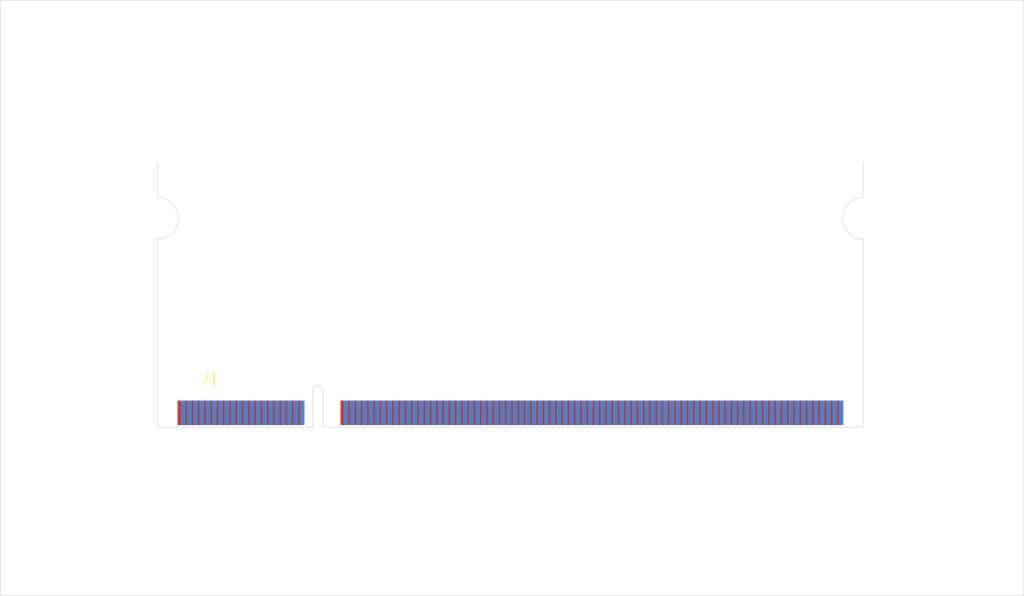
<source format=kicad_pcb>
(kicad_pcb (version 20240108) (generator "pcbnew") (generator_version "8.0")
  (layers (0 "F.Cu" signal) (31 "B.Cu" signal) (34 "B.Paste" user) (35 "F.Paste" user) (36 "B.SilkS" user "B.Silkscreen") (37 "F.SilkS" user "F.Silkscreen") (38 "B.Mask" user) (39 "F.Mask" user) (44 "Edge.Cuts" user))
  (net 0 "")
  (footprint "Connector_PCBEdge:SODIMM-200_2.5V_Card_edge" (layer "F.Cu") (at 152.2 111)
    (property "Reference" "J1" (at 2.895 -3.235 0) (layer "F.SilkS"))
    (property "Value" "SODIMM-200")
    (fp_line (start -2.15 -20.625) (end -2.15 -24.025) (stroke (width 0.05)) (layer "Edge.Cuts"))
    (fp_line (start -2.15 1.375) (end -2.15 -16.625) (stroke (width 0.05)) (layer "Edge.Cuts"))
    (fp_line (start 12.7 1.375) (end -2.15 1.375) (stroke (width 0.05)) (layer "Edge.Cuts"))
    (fp_line (start 12.7 1.375) (end 12.7 -2.125) (stroke (width 0.05)) (layer "Edge.Cuts"))
    (fp_line (start 13.7 -2.125) (end 13.7 1.375) (stroke (width 0.05)) (layer "Edge.Cuts"))
    (fp_line (start 13.7 1.375) (end 65.45 1.375) (stroke (width 0.05)) (layer "Edge.Cuts"))
    (fp_line (start 65.45 -20.625) (end 65.45 -24.025) (stroke (width 0.05)) (layer "Edge.Cuts"))
    (fp_line (start 65.45 1.375) (end 65.45 -16.625) (stroke (width 0.05)) (layer "Edge.Cuts"))
    (fp_arc (start -2.15 -20.625) (mid -0.15 -18.625) (end -2.15 -16.625) (stroke (width 0.05)) (layer "Edge.Cuts"))
    (fp_arc (start 12.7 -2.125) (mid 13.2 -2.625) (end 13.7 -2.125) (stroke (width 0.05)) (layer "Edge.Cuts"))
    (fp_arc (start 65.45 -16.625) (mid 63.45 -18.625) (end 65.45 -20.625) (stroke (width 0.05)) (layer "Edge.Cuts"))
    (pad "1" connect rect (at 0 0) (size 0.45 2.35) (layers "F.Cu" "F.Mask"))
    (pad "2" connect rect (at 0.3 0) (size 0.45 2.35) (layers "B.Cu" "B.Mask"))
    (pad "3" connect rect (at 0.6 0) (size 0.45 2.35) (layers "F.Cu" "F.Mask"))
    (pad "4" connect rect (at 0.9 0) (size 0.45 2.35) (layers "B.Cu" "B.Mask"))
    (pad "5" connect rect (at 1.2 0) (size 0.45 2.35) (layers "F.Cu" "F.Mask"))
    (pad "6" connect rect (at 1.5 0) (size 0.45 2.35) (layers "B.Cu" "B.Mask"))
    (pad "7" connect rect (at 1.8 0) (size 0.45 2.35) (layers "F.Cu" "F.Mask"))
    (pad "8" connect rect (at 2.1 0) (size 0.45 2.35) (layers "B.Cu" "B.Mask"))
    (pad "9" connect rect (at 2.4 0) (size 0.45 2.35) (layers "F.Cu" "F.Mask"))
    (pad "10" connect rect (at 2.7 0) (size 0.45 2.35) (layers "B.Cu" "B.Mask"))
    (pad "11" connect rect (at 3 0) (size 0.45 2.35) (layers "F.Cu" "F.Mask"))
    (pad "12" connect rect (at 3.3 0) (size 0.45 2.35) (layers "B.Cu" "B.Mask"))
    (pad "13" connect rect (at 3.6 0) (size 0.45 2.35) (layers "F.Cu" "F.Mask"))
    (pad "14" connect rect (at 3.9 0) (size 0.45 2.35) (layers "B.Cu" "B.Mask"))
    (pad "15" connect rect (at 4.2 0) (size 0.45 2.35) (layers "F.Cu" "F.Mask"))
    (pad "16" connect rect (at 4.5 0) (size 0.45 2.35) (layers "B.Cu" "B.Mask"))
    (pad "17" connect rect (at 4.8 0) (size 0.45 2.35) (layers "F.Cu" "F.Mask"))
    (pad "18" connect rect (at 5.1 0) (size 0.45 2.35) (layers "B.Cu" "B.Mask"))
    (pad "19" connect rect (at 5.4 0) (size 0.45 2.35) (layers "F.Cu" "F.Mask"))
    (pad "20" connect rect (at 5.7 0) (size 0.45 2.35) (layers "B.Cu" "B.Mask"))
    (pad "21" connect rect (at 6 0) (size 0.45 2.35) (layers "F.Cu" "F.Mask"))
    (pad "22" connect rect (at 6.3 0) (size 0.45 2.35) (layers "B.Cu" "B.Mask"))
    (pad "23" connect rect (at 6.6 0) (size 0.45 2.35) (layers "F.Cu" "F.Mask"))
    (pad "24" connect rect (at 6.9 0) (size 0.45 2.35) (layers "B.Cu" "B.Mask"))
    (pad "25" connect rect (at 7.2 0) (size 0.45 2.35) (layers "F.Cu" "F.Mask"))
    (pad "26" connect rect (at 7.5 0) (size 0.45 2.35) (layers "B.Cu" "B.Mask"))
    (pad "27" connect rect (at 7.8 0) (size 0.45 2.35) (layers "F.Cu" "F.Mask"))
    (pad "28" connect rect (at 8.1 0) (size 0.45 2.35) (layers "B.Cu" "B.Mask"))
    (pad "29" connect rect (at 8.4 0) (size 0.45 2.35) (layers "F.Cu" "F.Mask"))
    (pad "30" connect rect (at 8.7 0) (size 0.45 2.35) (layers "B.Cu" "B.Mask"))
    (pad "31" connect rect (at 9 0) (size 0.45 2.35) (layers "F.Cu" "F.Mask"))
    (pad "32" connect rect (at 9.3 0) (size 0.45 2.35) (layers "B.Cu" "B.Mask"))
    (pad "33" connect rect (at 9.6 0) (size 0.45 2.35) (layers "F.Cu" "F.Mask"))
    (pad "34" connect rect (at 9.9 0) (size 0.45 2.35) (layers "B.Cu" "B.Mask"))
    (pad "35" connect rect (at 10.2 0) (size 0.45 2.35) (layers "F.Cu" "F.Mask"))
    (pad "36" connect rect (at 10.5 0) (size 0.45 2.35) (layers "B.Cu" "B.Mask"))
    (pad "37" connect rect (at 10.8 0) (size 0.45 2.35) (layers "F.Cu" "F.Mask"))
    (pad "38" connect rect (at 11.1 0) (size 0.45 2.35) (layers "B.Cu" "B.Mask"))
    (pad "39" connect rect (at 11.4 0) (size 0.45 2.35) (layers "F.Cu" "F.Mask"))
    (pad "40" connect rect (at 11.7 0) (size 0.45 2.35) (layers "B.Cu" "B.Mask"))
    (pad "41" connect rect (at 15.6 0) (size 0.45 2.35) (layers "F.Cu" "F.Mask"))
    (pad "42" connect rect (at 15.9 0) (size 0.45 2.35) (layers "B.Cu" "B.Mask"))
    (pad "43" connect rect (at 16.2 0) (size 0.45 2.35) (layers "F.Cu" "F.Mask"))
    (pad "44" connect rect (at 16.5 0) (size 0.45 2.35) (layers "B.Cu" "B.Mask"))
    (pad "45" connect rect (at 16.8 0) (size 0.45 2.35) (layers "F.Cu" "F.Mask"))
    (pad "46" connect rect (at 17.1 0) (size 0.45 2.35) (layers "B.Cu" "B.Mask"))
    (pad "47" connect rect (at 17.4 0) (size 0.45 2.35) (layers "F.Cu" "F.Mask"))
    (pad "48" connect rect (at 17.7 0) (size 0.45 2.35) (layers "B.Cu" "B.Mask"))
    (pad "49" connect rect (at 18 0) (size 0.45 2.35) (layers "F.Cu" "F.Mask"))
    (pad "50" connect rect (at 18.3 0) (size 0.45 2.35) (layers "B.Cu" "B.Mask"))
    (pad "51" connect rect (at 18.6 0) (size 0.45 2.35) (layers "F.Cu" "F.Mask"))
    (pad "52" connect rect (at 18.9 0) (size 0.45 2.35) (layers "B.Cu" "B.Mask"))
    (pad "53" connect rect (at 19.2 0) (size 0.45 2.35) (layers "F.Cu" "F.Mask"))
    (pad "54" connect rect (at 19.5 0) (size 0.45 2.35) (layers "B.Cu" "B.Mask"))
    (pad "55" connect rect (at 19.8 0) (size 0.45 2.35) (layers "F.Cu" "F.Mask"))
    (pad "56" connect rect (at 20.1 0) (size 0.45 2.35) (layers "B.Cu" "B.Mask"))
    (pad "57" connect rect (at 20.4 0) (size 0.45 2.35) (layers "F.Cu" "F.Mask"))
    (pad "58" connect rect (at 20.7 0) (size 0.45 2.35) (layers "B.Cu" "B.Mask"))
    (pad "59" connect rect (at 21 0) (size 0.45 2.35) (layers "F.Cu" "F.Mask"))
    (pad "60" connect rect (at 21.3 0) (size 0.45 2.35) (layers "B.Cu" "B.Mask"))
    (pad "61" connect rect (at 21.6 0) (size 0.45 2.35) (layers "F.Cu" "F.Mask"))
    (pad "62" connect rect (at 21.9 0) (size 0.45 2.35) (layers "B.Cu" "B.Mask"))
    (pad "63" connect rect (at 22.2 0) (size 0.45 2.35) (layers "F.Cu" "F.Mask"))
    (pad "64" connect rect (at 22.5 0) (size 0.45 2.35) (layers "B.Cu" "B.Mask"))
    (pad "65" connect rect (at 22.8 0) (size 0.45 2.35) (layers "F.Cu" "F.Mask"))
    (pad "66" connect rect (at 23.1 0) (size 0.45 2.35) (layers "B.Cu" "B.Mask"))
    (pad "67" connect rect (at 23.4 0) (size 0.45 2.35) (layers "F.Cu" "F.Mask"))
    (pad "68" connect rect (at 23.7 0) (size 0.45 2.35) (layers "B.Cu" "B.Mask"))
    (pad "69" connect rect (at 24 0) (size 0.45 2.35) (layers "F.Cu" "F.Mask"))
    (pad "70" connect rect (at 24.3 0) (size 0.45 2.35) (layers "B.Cu" "B.Mask"))
    (pad "71" connect rect (at 24.6 0) (size 0.45 2.35) (layers "F.Cu" "F.Mask"))
    (pad "72" connect rect (at 24.9 0) (size 0.45 2.35) (layers "B.Cu" "B.Mask"))
    (pad "73" connect rect (at 25.2 0) (size 0.45 2.35) (layers "F.Cu" "F.Mask"))
    (pad "74" connect rect (at 25.5 0) (size 0.45 2.35) (layers "B.Cu" "B.Mask"))
    (pad "75" connect rect (at 25.8 0) (size 0.45 2.35) (layers "F.Cu" "F.Mask"))
    (pad "76" connect rect (at 26.1 0) (size 0.45 2.35) (layers "B.Cu" "B.Mask"))
    (pad "77" connect rect (at 26.4 0) (size 0.45 2.35) (layers "F.Cu" "F.Mask"))
    (pad "78" connect rect (at 26.7 0) (size 0.45 2.35) (layers "B.Cu" "B.Mask"))
    (pad "79" connect rect (at 27 0) (size 0.45 2.35) (layers "F.Cu" "F.Mask"))
    (pad "80" connect rect (at 27.3 0) (size 0.45 2.35) (layers "B.Cu" "B.Mask"))
    (pad "81" connect rect (at 27.6 0) (size 0.45 2.35) (layers "F.Cu" "F.Mask"))
    (pad "82" connect rect (at 27.9 0) (size 0.45 2.35) (layers "B.Cu" "B.Mask"))
    (pad "83" connect rect (at 28.2 0) (size 0.45 2.35) (layers "F.Cu" "F.Mask"))
    (pad "84" connect rect (at 28.5 0) (size 0.45 2.35) (layers "B.Cu" "B.Mask"))
    (pad "85" connect rect (at 28.8 0) (size 0.45 2.35) (layers "F.Cu" "F.Mask"))
    (pad "86" connect rect (at 29.1 0) (size 0.45 2.35) (layers "B.Cu" "B.Mask"))
    (pad "87" connect rect (at 29.4 0) (size 0.45 2.35) (layers "F.Cu" "F.Mask"))
    (pad "88" connect rect (at 29.7 0) (size 0.45 2.35) (layers "B.Cu" "B.Mask"))
    (pad "89" connect rect (at 30 0) (size 0.45 2.35) (layers "F.Cu" "F.Mask"))
    (pad "90" connect rect (at 30.3 0) (size 0.45 2.35) (layers "B.Cu" "B.Mask"))
    (pad "91" connect rect (at 30.6 0) (size 0.45 2.35) (layers "F.Cu" "F.Mask"))
    (pad "92" connect rect (at 30.9 0) (size 0.45 2.35) (layers "B.Cu" "B.Mask"))
    (pad "93" connect rect (at 31.2 0) (size 0.45 2.35) (layers "F.Cu" "F.Mask"))
    (pad "94" connect rect (at 31.5 0) (size 0.45 2.35) (layers "B.Cu" "B.Mask"))
    (pad "95" connect rect (at 31.8 0) (size 0.45 2.35) (layers "F.Cu" "F.Mask"))
    (pad "96" connect rect (at 32.1 0) (size 0.45 2.35) (layers "B.Cu" "B.Mask"))
    (pad "97" connect rect (at 32.4 0) (size 0.45 2.35) (layers "F.Cu" "F.Mask"))
    (pad "98" connect rect (at 32.7 0) (size 0.45 2.35) (layers "B.Cu" "B.Mask"))
    (pad "99" connect rect (at 33 0) (size 0.45 2.35) (layers "F.Cu" "F.Mask"))
    (pad "100" connect rect (at 33.3 0) (size 0.45 2.35) (layers "B.Cu" "B.Mask"))
    (pad "101" connect rect (at 33.6 0) (size 0.45 2.35) (layers "F.Cu" "F.Mask"))
    (pad "102" connect rect (at 33.9 0) (size 0.45 2.35) (layers "B.Cu" "B.Mask"))
    (pad "103" connect rect (at 34.2 0) (size 0.45 2.35) (layers "F.Cu" "F.Mask"))
    (pad "104" connect rect (at 34.5 0) (size 0.45 2.35) (layers "B.Cu" "B.Mask"))
    (pad "105" connect rect (at 34.8 0) (size 0.45 2.35) (layers "F.Cu" "F.Mask"))
    (pad "106" connect rect (at 35.1 0) (size 0.45 2.35) (layers "B.Cu" "B.Mask"))
    (pad "107" connect rect (at 35.4 0) (size 0.45 2.35) (layers "F.Cu" "F.Mask"))
    (pad "108" connect rect (at 35.7 0) (size 0.45 2.35) (layers "B.Cu" "B.Mask"))
    (pad "109" connect rect (at 36 0) (size 0.45 2.35) (layers "F.Cu" "F.Mask"))
    (pad "110" connect rect (at 36.3 0) (size 0.45 2.35) (layers "B.Cu" "B.Mask"))
    (pad "111" connect rect (at 36.6 0) (size 0.45 2.35) (layers "F.Cu" "F.Mask"))
    (pad "112" connect rect (at 36.9 0) (size 0.45 2.35) (layers "B.Cu" "B.Mask"))
    (pad "113" connect rect (at 37.2 0) (size 0.45 2.35) (layers "F.Cu" "F.Mask"))
    (pad "114" connect rect (at 37.5 0) (size 0.45 2.35) (layers "B.Cu" "B.Mask"))
    (pad "115" connect rect (at 37.8 0) (size 0.45 2.35) (layers "F.Cu" "F.Mask"))
    (pad "116" connect rect (at 38.1 0) (size 0.45 2.35) (layers "B.Cu" "B.Mask"))
    (pad "117" connect rect (at 38.4 0) (size 0.45 2.35) (layers "F.Cu" "F.Mask"))
    (pad "118" connect rect (at 38.7 0) (size 0.45 2.35) (layers "B.Cu" "B.Mask"))
    (pad "119" connect rect (at 39 0) (size 0.45 2.35) (layers "F.Cu" "F.Mask"))
    (pad "120" connect rect (at 39.3 0) (size 0.45 2.35) (layers "B.Cu" "B.Mask"))
    (pad "121" connect rect (at 39.6 0) (size 0.45 2.35) (layers "F.Cu" "F.Mask"))
    (pad "122" connect rect (at 39.9 0) (size 0.45 2.35) (layers "B.Cu" "B.Mask"))
    (pad "123" connect rect (at 40.2 0) (size 0.45 2.35) (layers "F.Cu" "F.Mask"))
    (pad "124" connect rect (at 40.5 0) (size 0.45 2.35) (layers "B.Cu" "B.Mask"))
    (pad "125" connect rect (at 40.8 0) (size 0.45 2.35) (layers "F.Cu" "F.Mask"))
    (pad "126" connect rect (at 41.1 0) (size 0.45 2.35) (layers "B.Cu" "B.Mask"))
    (pad "127" connect rect (at 41.4 0) (size 0.45 2.35) (layers "F.Cu" "F.Mask"))
    (pad "128" connect rect (at 41.7 0) (size 0.45 2.35) (layers "B.Cu" "B.Mask"))
    (pad "129" connect rect (at 42 0) (size 0.45 2.35) (layers "F.Cu" "F.Mask"))
    (pad "130" connect rect (at 42.3 0) (size 0.45 2.35) (layers "B.Cu" "B.Mask"))
    (pad "131" connect rect (at 42.6 0) (size 0.45 2.35) (layers "F.Cu" "F.Mask"))
    (pad "132" connect rect (at 42.9 0) (size 0.45 2.35) (layers "B.Cu" "B.Mask"))
    (pad "133" connect rect (at 43.2 0) (size 0.45 2.35) (layers "F.Cu" "F.Mask"))
    (pad "134" connect rect (at 43.5 0) (size 0.45 2.35) (layers "B.Cu" "B.Mask"))
    (pad "135" connect rect (at 43.8 0) (size 0.45 2.35) (layers "F.Cu" "F.Mask"))
    (pad "136" connect rect (at 44.1 0) (size 0.45 2.35) (layers "B.Cu" "B.Mask"))
    (pad "137" connect rect (at 44.4 0) (size 0.45 2.35) (layers "F.Cu" "F.Mask"))
    (pad "138" connect rect (at 44.7 0) (size 0.45 2.35) (layers "B.Cu" "B.Mask"))
    (pad "139" connect rect (at 45 0) (size 0.45 2.35) (layers "F.Cu" "F.Mask"))
    (pad "140" connect rect (at 45.3 0) (size 0.45 2.35) (layers "B.Cu" "B.Mask"))
    (pad "141" connect rect (at 45.6 0) (size 0.45 2.35) (layers "F.Cu" "F.Mask"))
    (pad "142" connect rect (at 45.9 0) (size 0.45 2.35) (layers "B.Cu" "B.Mask"))
    (pad "143" connect rect (at 46.2 0) (size 0.45 2.35) (layers "F.Cu" "F.Mask"))
    (pad "144" connect rect (at 46.5 0) (size 0.45 2.35) (layers "B.Cu" "B.Mask"))
    (pad "145" connect rect (at 46.8 0) (size 0.45 2.35) (layers "F.Cu" "F.Mask"))
    (pad "146" connect rect (at 47.1 0) (size 0.45 2.35) (layers "B.Cu" "B.Mask"))
    (pad "147" connect rect (at 47.4 0) (size 0.45 2.35) (layers "F.Cu" "F.Mask"))
    (pad "148" connect rect (at 47.7 0) (size 0.45 2.35) (layers "B.Cu" "B.Mask"))
    (pad "149" connect rect (at 48 0) (size 0.45 2.35) (layers "F.Cu" "F.Mask"))
    (pad "150" connect rect (at 48.3 0) (size 0.45 2.35) (layers "B.Cu" "B.Mask"))
    (pad "151" connect rect (at 48.6 0) (size 0.45 2.35) (layers "F.Cu" "F.Mask"))
    (pad "152" connect rect (at 48.9 0) (size 0.45 2.35) (layers "B.Cu" "B.Mask"))
    (pad "153" connect rect (at 49.2 0) (size 0.45 2.35) (layers "F.Cu" "F.Mask"))
    (pad "154" connect rect (at 49.5 0) (size 0.45 2.35) (layers "B.Cu" "B.Mask"))
    (pad "155" connect rect (at 49.8 0) (size 0.45 2.35) (layers "F.Cu" "F.Mask"))
    (pad "156" connect rect (at 50.1 0) (size 0.45 2.35) (layers "B.Cu" "B.Mask"))
    (pad "157" connect rect (at 50.4 0) (size 0.45 2.35) (layers "F.Cu" "F.Mask"))
    (pad "158" connect rect (at 50.7 0) (size 0.45 2.35) (layers "B.Cu" "B.Mask"))
    (pad "159" connect rect (at 51 0) (size 0.45 2.35) (layers "F.Cu" "F.Mask"))
    (pad "160" connect rect (at 51.3 0) (size 0.45 2.35) (layers "B.Cu" "B.Mask"))
    (pad "161" connect rect (at 51.6 0) (size 0.45 2.35) (layers "F.Cu" "F.Mask"))
    (pad "162" connect rect (at 51.9 0) (size 0.45 2.35) (layers "B.Cu" "B.Mask"))
    (pad "163" connect rect (at 52.2 0) (size 0.45 2.35) (layers "F.Cu" "F.Mask"))
    (pad "164" connect rect (at 52.5 0) (size 0.45 2.35) (layers "B.Cu" "B.Mask"))
    (pad "165" connect rect (at 52.8 0) (size 0.45 2.35) (layers "F.Cu" "F.Mask"))
    (pad "166" connect rect (at 53.1 0) (size 0.45 2.35) (layers "B.Cu" "B.Mask"))
    (pad "167" connect rect (at 53.4 0) (size 0.45 2.35) (layers "F.Cu" "F.Mask"))
    (pad "168" connect rect (at 53.7 0) (size 0.45 2.35) (layers "B.Cu" "B.Mask"))
    (pad "169" connect rect (at 54 0) (size 0.45 2.35) (layers "F.Cu" "F.Mask"))
    (pad "170" connect rect (at 54.3 0) (size 0.45 2.35) (layers "B.Cu" "B.Mask"))
    (pad "171" connect rect (at 54.6 0) (size 0.45 2.35) (layers "F.Cu" "F.Mask"))
    (pad "172" connect rect (at 54.9 0) (size 0.45 2.35) (layers "B.Cu" "B.Mask"))
    (pad "173" connect rect (at 55.2 0) (size 0.45 2.35) (layers "F.Cu" "F.Mask"))
    (pad "174" connect rect (at 55.5 0) (size 0.45 2.35) (layers "B.Cu" "B.Mask"))
    (pad "175" connect rect (at 55.8 0) (size 0.45 2.35) (layers "F.Cu" "F.Mask"))
    (pad "176" connect rect (at 56.1 0) (size 0.45 2.35) (layers "B.Cu" "B.Mask"))
    (pad "177" connect rect (at 56.4 0) (size 0.45 2.35) (layers "F.Cu" "F.Mask"))
    (pad "178" connect rect (at 56.7 0) (size 0.45 2.35) (layers "B.Cu" "B.Mask"))
    (pad "179" connect rect (at 57 0) (size 0.45 2.35) (layers "F.Cu" "F.Mask"))
    (pad "180" connect rect (at 57.3 0) (size 0.45 2.35) (layers "B.Cu" "B.Mask"))
    (pad "181" connect rect (at 57.6 0) (size 0.45 2.35) (layers "F.Cu" "F.Mask"))
    (pad "182" connect rect (at 57.9 0) (size 0.45 2.35) (layers "B.Cu" "B.Mask"))
    (pad "183" connect rect (at 58.2 0) (size 0.45 2.35) (layers "F.Cu" "F.Mask"))
    (pad "184" connect rect (at 58.5 0) (size 0.45 2.35) (layers "B.Cu" "B.Mask"))
    (pad "185" connect rect (at 58.8 0) (size 0.45 2.35) (layers "F.Cu" "F.Mask"))
    (pad "186" connect rect (at 59.1 0) (size 0.45 2.35) (layers "B.Cu" "B.Mask"))
    (pad "187" connect rect (at 59.4 0) (size 0.45 2.35) (layers "F.Cu" "F.Mask"))
    (pad "188" connect rect (at 59.7 0) (size 0.45 2.35) (layers "B.Cu" "B.Mask"))
    (pad "189" connect rect (at 60 0) (size 0.45 2.35) (layers "F.Cu" "F.Mask"))
    (pad "190" connect rect (at 60.3 0) (size 0.45 2.35) (layers "B.Cu" "B.Mask"))
    (pad "191" connect rect (at 60.6 0) (size 0.45 2.35) (layers "F.Cu" "F.Mask"))
    (pad "192" connect rect (at 60.9 0) (size 0.45 2.35) (layers "B.Cu" "B.Mask"))
    (pad "193" connect rect (at 61.2 0) (size 0.45 2.35) (layers "F.Cu" "F.Mask"))
    (pad "194" connect rect (at 61.5 0) (size 0.45 2.35) (layers "B.Cu" "B.Mask"))
    (pad "195" connect rect (at 61.8 0) (size 0.45 2.35) (layers "F.Cu" "F.Mask"))
    (pad "196" connect rect (at 62.1 0) (size 0.45 2.35) (layers "B.Cu" "B.Mask"))
    (pad "197" connect rect (at 62.4 0) (size 0.45 2.35) (layers "F.Cu" "F.Mask"))
    (pad "198" connect rect (at 62.7 0) (size 0.45 2.35) (layers "B.Cu" "B.Mask"))
    (pad "199" connect rect (at 63 0) (size 0.45 2.35) (layers "F.Cu" "F.Mask"))
    (pad "200" connect rect (at 63.3 0) (size 0.45 2.35) (layers "B.Cu" "B.Mask"))
  )
  (gr_rect (start 135 71.5) (end 233 128.5) (stroke (width 0.05)) (fill none) (layer "Edge.Cuts"))
)
</source>
